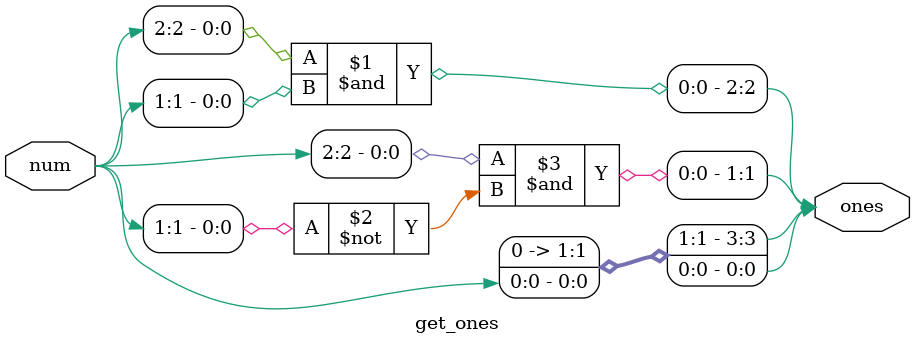
<source format=v>
/*
 * Returns digit at ones place in 10base representation of num
 * num must be greater than 9
 */
module get_ones (
	input  [3:0] num,
	output [3:0] ones
);

	assign ones[3] = 0;
	assign ones[2] = num[2] & num[1];
	assign ones[1] = num[2] & ~num[1];
	assign ones[0] = num[0];

endmodule
</source>
